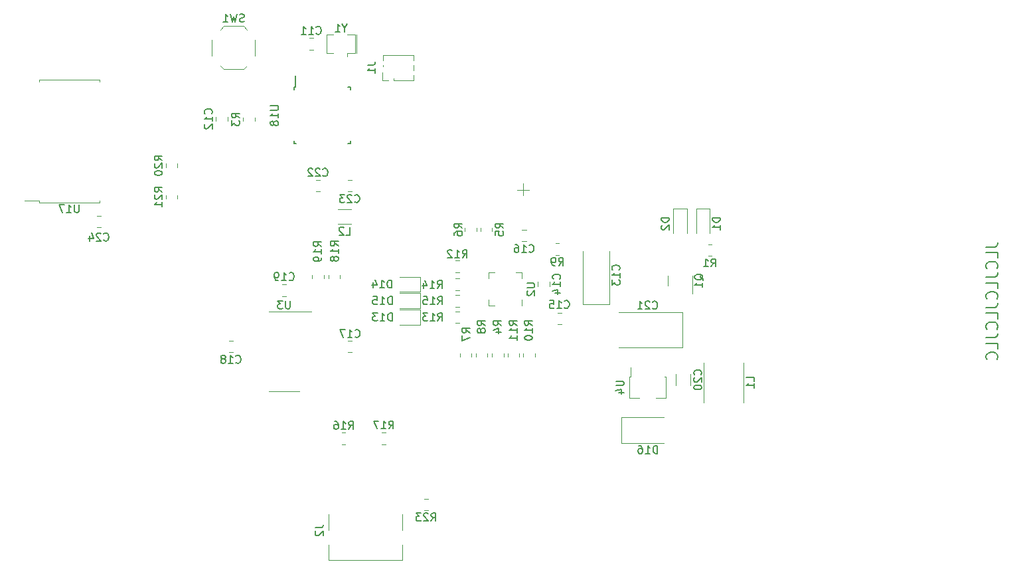
<source format=gbr>
%TF.GenerationSoftware,KiCad,Pcbnew,(6.0.6)*%
%TF.CreationDate,2022-06-29T12:44:08+02:00*%
%TF.ProjectId,CNLJS,434e4c4a-532e-46b6-9963-61645f706362,rev?*%
%TF.SameCoordinates,Original*%
%TF.FileFunction,Legend,Bot*%
%TF.FilePolarity,Positive*%
%FSLAX46Y46*%
G04 Gerber Fmt 4.6, Leading zero omitted, Abs format (unit mm)*
G04 Created by KiCad (PCBNEW (6.0.6)) date 2022-06-29 12:44:08*
%MOMM*%
%LPD*%
G01*
G04 APERTURE LIST*
%ADD10C,0.120000*%
%ADD11C,0.200000*%
%ADD12C,0.150000*%
G04 APERTURE END LIST*
D10*
X153350000Y-119900000D02*
X153350000Y-121400000D01*
X152600000Y-120700000D02*
X154100000Y-120700000D01*
D11*
X212428571Y-127971428D02*
X213500000Y-127971428D01*
X213714285Y-127900000D01*
X213857142Y-127757142D01*
X213928571Y-127542857D01*
X213928571Y-127400000D01*
X213928571Y-129400000D02*
X213928571Y-128685714D01*
X212428571Y-128685714D01*
X213785714Y-130757142D02*
X213857142Y-130685714D01*
X213928571Y-130471428D01*
X213928571Y-130328571D01*
X213857142Y-130114285D01*
X213714285Y-129971428D01*
X213571428Y-129900000D01*
X213285714Y-129828571D01*
X213071428Y-129828571D01*
X212785714Y-129900000D01*
X212642857Y-129971428D01*
X212500000Y-130114285D01*
X212428571Y-130328571D01*
X212428571Y-130471428D01*
X212500000Y-130685714D01*
X212571428Y-130757142D01*
X212428571Y-131828571D02*
X213500000Y-131828571D01*
X213714285Y-131757142D01*
X213857142Y-131614285D01*
X213928571Y-131400000D01*
X213928571Y-131257142D01*
X213928571Y-133257142D02*
X213928571Y-132542857D01*
X212428571Y-132542857D01*
X213785714Y-134614285D02*
X213857142Y-134542857D01*
X213928571Y-134328571D01*
X213928571Y-134185714D01*
X213857142Y-133971428D01*
X213714285Y-133828571D01*
X213571428Y-133757142D01*
X213285714Y-133685714D01*
X213071428Y-133685714D01*
X212785714Y-133757142D01*
X212642857Y-133828571D01*
X212500000Y-133971428D01*
X212428571Y-134185714D01*
X212428571Y-134328571D01*
X212500000Y-134542857D01*
X212571428Y-134614285D01*
X212428571Y-135685714D02*
X213500000Y-135685714D01*
X213714285Y-135614285D01*
X213857142Y-135471428D01*
X213928571Y-135257142D01*
X213928571Y-135114285D01*
X213928571Y-137114285D02*
X213928571Y-136400000D01*
X212428571Y-136400000D01*
X213785714Y-138471428D02*
X213857142Y-138400000D01*
X213928571Y-138185714D01*
X213928571Y-138042857D01*
X213857142Y-137828571D01*
X213714285Y-137685714D01*
X213571428Y-137614285D01*
X213285714Y-137542857D01*
X213071428Y-137542857D01*
X212785714Y-137614285D01*
X212642857Y-137685714D01*
X212500000Y-137828571D01*
X212428571Y-138042857D01*
X212428571Y-138185714D01*
X212500000Y-138400000D01*
X212571428Y-138471428D01*
X212428571Y-139542857D02*
X213500000Y-139542857D01*
X213714285Y-139471428D01*
X213857142Y-139328571D01*
X213928571Y-139114285D01*
X213928571Y-138971428D01*
X213928571Y-140971428D02*
X213928571Y-140257142D01*
X212428571Y-140257142D01*
X213785714Y-142328571D02*
X213857142Y-142257142D01*
X213928571Y-142042857D01*
X213928571Y-141900000D01*
X213857142Y-141685714D01*
X213714285Y-141542857D01*
X213571428Y-141471428D01*
X213285714Y-141400000D01*
X213071428Y-141400000D01*
X212785714Y-141471428D01*
X212642857Y-141542857D01*
X212500000Y-141685714D01*
X212428571Y-141900000D01*
X212428571Y-142042857D01*
X212500000Y-142257142D01*
X212571428Y-142328571D01*
D12*
%TO.C,U2*%
X153852380Y-132587095D02*
X154661904Y-132587095D01*
X154757142Y-132634714D01*
X154804761Y-132682333D01*
X154852380Y-132777571D01*
X154852380Y-132968047D01*
X154804761Y-133063285D01*
X154757142Y-133110904D01*
X154661904Y-133158523D01*
X153852380Y-133158523D01*
X153947619Y-133587095D02*
X153900000Y-133634714D01*
X153852380Y-133729952D01*
X153852380Y-133968047D01*
X153900000Y-134063285D01*
X153947619Y-134110904D01*
X154042857Y-134158523D01*
X154138095Y-134158523D01*
X154280952Y-134110904D01*
X154852380Y-133539476D01*
X154852380Y-134158523D01*
%TO.C,C16*%
X154141857Y-128586142D02*
X154189476Y-128633761D01*
X154332333Y-128681380D01*
X154427571Y-128681380D01*
X154570428Y-128633761D01*
X154665666Y-128538523D01*
X154713285Y-128443285D01*
X154760904Y-128252809D01*
X154760904Y-128109952D01*
X154713285Y-127919476D01*
X154665666Y-127824238D01*
X154570428Y-127729000D01*
X154427571Y-127681380D01*
X154332333Y-127681380D01*
X154189476Y-127729000D01*
X154141857Y-127776619D01*
X153189476Y-128681380D02*
X153760904Y-128681380D01*
X153475190Y-128681380D02*
X153475190Y-127681380D01*
X153570428Y-127824238D01*
X153665666Y-127919476D01*
X153760904Y-127967095D01*
X152332333Y-127681380D02*
X152522809Y-127681380D01*
X152618047Y-127729000D01*
X152665666Y-127776619D01*
X152760904Y-127919476D01*
X152808523Y-128109952D01*
X152808523Y-128490904D01*
X152760904Y-128586142D01*
X152713285Y-128633761D01*
X152618047Y-128681380D01*
X152427571Y-128681380D01*
X152332333Y-128633761D01*
X152284714Y-128586142D01*
X152237095Y-128490904D01*
X152237095Y-128252809D01*
X152284714Y-128157571D01*
X152332333Y-128109952D01*
X152427571Y-128062333D01*
X152618047Y-128062333D01*
X152713285Y-128109952D01*
X152760904Y-128157571D01*
X152808523Y-128252809D01*
%TO.C,U3*%
X123661904Y-134852380D02*
X123661904Y-135661904D01*
X123614285Y-135757142D01*
X123566666Y-135804761D01*
X123471428Y-135852380D01*
X123280952Y-135852380D01*
X123185714Y-135804761D01*
X123138095Y-135757142D01*
X123090476Y-135661904D01*
X123090476Y-134852380D01*
X122709523Y-134852380D02*
X122090476Y-134852380D01*
X122423809Y-135233333D01*
X122280952Y-135233333D01*
X122185714Y-135280952D01*
X122138095Y-135328571D01*
X122090476Y-135423809D01*
X122090476Y-135661904D01*
X122138095Y-135757142D01*
X122185714Y-135804761D01*
X122280952Y-135852380D01*
X122566666Y-135852380D01*
X122661904Y-135804761D01*
X122709523Y-135757142D01*
%TO.C,R16*%
X131130357Y-151202380D02*
X131463690Y-150726190D01*
X131701785Y-151202380D02*
X131701785Y-150202380D01*
X131320833Y-150202380D01*
X131225595Y-150250000D01*
X131177976Y-150297619D01*
X131130357Y-150392857D01*
X131130357Y-150535714D01*
X131177976Y-150630952D01*
X131225595Y-150678571D01*
X131320833Y-150726190D01*
X131701785Y-150726190D01*
X130177976Y-151202380D02*
X130749404Y-151202380D01*
X130463690Y-151202380D02*
X130463690Y-150202380D01*
X130558928Y-150345238D01*
X130654166Y-150440476D01*
X130749404Y-150488095D01*
X129320833Y-150202380D02*
X129511309Y-150202380D01*
X129606547Y-150250000D01*
X129654166Y-150297619D01*
X129749404Y-150440476D01*
X129797023Y-150630952D01*
X129797023Y-151011904D01*
X129749404Y-151107142D01*
X129701785Y-151154761D01*
X129606547Y-151202380D01*
X129416071Y-151202380D01*
X129320833Y-151154761D01*
X129273214Y-151107142D01*
X129225595Y-151011904D01*
X129225595Y-150773809D01*
X129273214Y-150678571D01*
X129320833Y-150630952D01*
X129416071Y-150583333D01*
X129606547Y-150583333D01*
X129701785Y-150630952D01*
X129749404Y-150678571D01*
X129797023Y-150773809D01*
%TO.C,D14*%
X136614285Y-133201380D02*
X136614285Y-132201380D01*
X136376190Y-132201380D01*
X136233333Y-132249000D01*
X136138095Y-132344238D01*
X136090476Y-132439476D01*
X136042857Y-132629952D01*
X136042857Y-132772809D01*
X136090476Y-132963285D01*
X136138095Y-133058523D01*
X136233333Y-133153761D01*
X136376190Y-133201380D01*
X136614285Y-133201380D01*
X135090476Y-133201380D02*
X135661904Y-133201380D01*
X135376190Y-133201380D02*
X135376190Y-132201380D01*
X135471428Y-132344238D01*
X135566666Y-132439476D01*
X135661904Y-132487095D01*
X134233333Y-132534714D02*
X134233333Y-133201380D01*
X134471428Y-132153761D02*
X134709523Y-132868047D01*
X134090476Y-132868047D01*
%TO.C,D13*%
X136664285Y-137401380D02*
X136664285Y-136401380D01*
X136426190Y-136401380D01*
X136283333Y-136449000D01*
X136188095Y-136544238D01*
X136140476Y-136639476D01*
X136092857Y-136829952D01*
X136092857Y-136972809D01*
X136140476Y-137163285D01*
X136188095Y-137258523D01*
X136283333Y-137353761D01*
X136426190Y-137401380D01*
X136664285Y-137401380D01*
X135140476Y-137401380D02*
X135711904Y-137401380D01*
X135426190Y-137401380D02*
X135426190Y-136401380D01*
X135521428Y-136544238D01*
X135616666Y-136639476D01*
X135711904Y-136687095D01*
X134807142Y-136401380D02*
X134188095Y-136401380D01*
X134521428Y-136782333D01*
X134378571Y-136782333D01*
X134283333Y-136829952D01*
X134235714Y-136877571D01*
X134188095Y-136972809D01*
X134188095Y-137210904D01*
X134235714Y-137306142D01*
X134283333Y-137353761D01*
X134378571Y-137401380D01*
X134664285Y-137401380D01*
X134759523Y-137353761D01*
X134807142Y-137306142D01*
%TO.C,J2*%
X126852380Y-163765666D02*
X127566666Y-163765666D01*
X127709523Y-163718047D01*
X127804761Y-163622809D01*
X127852380Y-163479952D01*
X127852380Y-163384714D01*
X126947619Y-164194238D02*
X126900000Y-164241857D01*
X126852380Y-164337095D01*
X126852380Y-164575190D01*
X126900000Y-164670428D01*
X126947619Y-164718047D01*
X127042857Y-164765666D01*
X127138095Y-164765666D01*
X127280952Y-164718047D01*
X127852380Y-164146619D01*
X127852380Y-164765666D01*
%TO.C,R4*%
X150601380Y-137982333D02*
X150125190Y-137649000D01*
X150601380Y-137410904D02*
X149601380Y-137410904D01*
X149601380Y-137791857D01*
X149649000Y-137887095D01*
X149696619Y-137934714D01*
X149791857Y-137982333D01*
X149934714Y-137982333D01*
X150029952Y-137934714D01*
X150077571Y-137887095D01*
X150125190Y-137791857D01*
X150125190Y-137410904D01*
X149934714Y-138839476D02*
X150601380Y-138839476D01*
X149553761Y-138601380D02*
X150268047Y-138363285D01*
X150268047Y-138982333D01*
%TO.C,R11*%
X152601380Y-137956142D02*
X152125190Y-137622809D01*
X152601380Y-137384714D02*
X151601380Y-137384714D01*
X151601380Y-137765666D01*
X151649000Y-137860904D01*
X151696619Y-137908523D01*
X151791857Y-137956142D01*
X151934714Y-137956142D01*
X152029952Y-137908523D01*
X152077571Y-137860904D01*
X152125190Y-137765666D01*
X152125190Y-137384714D01*
X152601380Y-138908523D02*
X152601380Y-138337095D01*
X152601380Y-138622809D02*
X151601380Y-138622809D01*
X151744238Y-138527571D01*
X151839476Y-138432333D01*
X151887095Y-138337095D01*
X152601380Y-139860904D02*
X152601380Y-139289476D01*
X152601380Y-139575190D02*
X151601380Y-139575190D01*
X151744238Y-139479952D01*
X151839476Y-139384714D01*
X151887095Y-139289476D01*
%TO.C,R17*%
X136242857Y-151152380D02*
X136576190Y-150676190D01*
X136814285Y-151152380D02*
X136814285Y-150152380D01*
X136433333Y-150152380D01*
X136338095Y-150200000D01*
X136290476Y-150247619D01*
X136242857Y-150342857D01*
X136242857Y-150485714D01*
X136290476Y-150580952D01*
X136338095Y-150628571D01*
X136433333Y-150676190D01*
X136814285Y-150676190D01*
X135290476Y-151152380D02*
X135861904Y-151152380D01*
X135576190Y-151152380D02*
X135576190Y-150152380D01*
X135671428Y-150295238D01*
X135766666Y-150390476D01*
X135861904Y-150438095D01*
X134957142Y-150152380D02*
X134290476Y-150152380D01*
X134719047Y-151152380D01*
%TO.C,U4*%
X165202380Y-145087095D02*
X166011904Y-145087095D01*
X166107142Y-145134714D01*
X166154761Y-145182333D01*
X166202380Y-145277571D01*
X166202380Y-145468047D01*
X166154761Y-145563285D01*
X166107142Y-145610904D01*
X166011904Y-145658523D01*
X165202380Y-145658523D01*
X165535714Y-146563285D02*
X166202380Y-146563285D01*
X165154761Y-146325190D02*
X165869047Y-146087095D01*
X165869047Y-146706142D01*
%TO.C,R20*%
X107352380Y-116956142D02*
X106876190Y-116622809D01*
X107352380Y-116384714D02*
X106352380Y-116384714D01*
X106352380Y-116765666D01*
X106400000Y-116860904D01*
X106447619Y-116908523D01*
X106542857Y-116956142D01*
X106685714Y-116956142D01*
X106780952Y-116908523D01*
X106828571Y-116860904D01*
X106876190Y-116765666D01*
X106876190Y-116384714D01*
X106447619Y-117337095D02*
X106400000Y-117384714D01*
X106352380Y-117479952D01*
X106352380Y-117718047D01*
X106400000Y-117813285D01*
X106447619Y-117860904D01*
X106542857Y-117908523D01*
X106638095Y-117908523D01*
X106780952Y-117860904D01*
X107352380Y-117289476D01*
X107352380Y-117908523D01*
X106352380Y-118527571D02*
X106352380Y-118622809D01*
X106400000Y-118718047D01*
X106447619Y-118765666D01*
X106542857Y-118813285D01*
X106733333Y-118860904D01*
X106971428Y-118860904D01*
X107161904Y-118813285D01*
X107257142Y-118765666D01*
X107304761Y-118718047D01*
X107352380Y-118622809D01*
X107352380Y-118527571D01*
X107304761Y-118432333D01*
X107257142Y-118384714D01*
X107161904Y-118337095D01*
X106971428Y-118289476D01*
X106733333Y-118289476D01*
X106542857Y-118337095D01*
X106447619Y-118384714D01*
X106400000Y-118432333D01*
X106352380Y-118527571D01*
%TO.C,R1*%
X177366666Y-130502380D02*
X177700000Y-130026190D01*
X177938095Y-130502380D02*
X177938095Y-129502380D01*
X177557142Y-129502380D01*
X177461904Y-129550000D01*
X177414285Y-129597619D01*
X177366666Y-129692857D01*
X177366666Y-129835714D01*
X177414285Y-129930952D01*
X177461904Y-129978571D01*
X177557142Y-130026190D01*
X177938095Y-130026190D01*
X176414285Y-130502380D02*
X176985714Y-130502380D01*
X176700000Y-130502380D02*
X176700000Y-129502380D01*
X176795238Y-129645238D01*
X176890476Y-129740476D01*
X176985714Y-129788095D01*
%TO.C,C14*%
X158037142Y-132057142D02*
X158084761Y-132009523D01*
X158132380Y-131866666D01*
X158132380Y-131771428D01*
X158084761Y-131628571D01*
X157989523Y-131533333D01*
X157894285Y-131485714D01*
X157703809Y-131438095D01*
X157560952Y-131438095D01*
X157370476Y-131485714D01*
X157275238Y-131533333D01*
X157180000Y-131628571D01*
X157132380Y-131771428D01*
X157132380Y-131866666D01*
X157180000Y-132009523D01*
X157227619Y-132057142D01*
X158132380Y-133009523D02*
X158132380Y-132438095D01*
X158132380Y-132723809D02*
X157132380Y-132723809D01*
X157275238Y-132628571D01*
X157370476Y-132533333D01*
X157418095Y-132438095D01*
X157465714Y-133866666D02*
X158132380Y-133866666D01*
X157084761Y-133628571D02*
X157799047Y-133390476D01*
X157799047Y-134009523D01*
%TO.C,D2*%
X172002380Y-124261904D02*
X171002380Y-124261904D01*
X171002380Y-124500000D01*
X171050000Y-124642857D01*
X171145238Y-124738095D01*
X171240476Y-124785714D01*
X171430952Y-124833333D01*
X171573809Y-124833333D01*
X171764285Y-124785714D01*
X171859523Y-124738095D01*
X171954761Y-124642857D01*
X172002380Y-124500000D01*
X172002380Y-124261904D01*
X171097619Y-125214285D02*
X171050000Y-125261904D01*
X171002380Y-125357142D01*
X171002380Y-125595238D01*
X171050000Y-125690476D01*
X171097619Y-125738095D01*
X171192857Y-125785714D01*
X171288095Y-125785714D01*
X171430952Y-125738095D01*
X172002380Y-125166666D01*
X172002380Y-125785714D01*
%TO.C,C21*%
X169892857Y-135806142D02*
X169940476Y-135853761D01*
X170083333Y-135901380D01*
X170178571Y-135901380D01*
X170321428Y-135853761D01*
X170416666Y-135758523D01*
X170464285Y-135663285D01*
X170511904Y-135472809D01*
X170511904Y-135329952D01*
X170464285Y-135139476D01*
X170416666Y-135044238D01*
X170321428Y-134949000D01*
X170178571Y-134901380D01*
X170083333Y-134901380D01*
X169940476Y-134949000D01*
X169892857Y-134996619D01*
X169511904Y-134996619D02*
X169464285Y-134949000D01*
X169369047Y-134901380D01*
X169130952Y-134901380D01*
X169035714Y-134949000D01*
X168988095Y-134996619D01*
X168940476Y-135091857D01*
X168940476Y-135187095D01*
X168988095Y-135329952D01*
X169559523Y-135901380D01*
X168940476Y-135901380D01*
X167988095Y-135901380D02*
X168559523Y-135901380D01*
X168273809Y-135901380D02*
X168273809Y-134901380D01*
X168369047Y-135044238D01*
X168464285Y-135139476D01*
X168559523Y-135187095D01*
%TO.C,R9*%
X157916666Y-130351380D02*
X158250000Y-129875190D01*
X158488095Y-130351380D02*
X158488095Y-129351380D01*
X158107142Y-129351380D01*
X158011904Y-129399000D01*
X157964285Y-129446619D01*
X157916666Y-129541857D01*
X157916666Y-129684714D01*
X157964285Y-129779952D01*
X158011904Y-129827571D01*
X158107142Y-129875190D01*
X158488095Y-129875190D01*
X157440476Y-130351380D02*
X157250000Y-130351380D01*
X157154761Y-130303761D01*
X157107142Y-130256142D01*
X157011904Y-130113285D01*
X156964285Y-129922809D01*
X156964285Y-129541857D01*
X157011904Y-129446619D01*
X157059523Y-129399000D01*
X157154761Y-129351380D01*
X157345238Y-129351380D01*
X157440476Y-129399000D01*
X157488095Y-129446619D01*
X157535714Y-129541857D01*
X157535714Y-129779952D01*
X157488095Y-129875190D01*
X157440476Y-129922809D01*
X157345238Y-129970428D01*
X157154761Y-129970428D01*
X157059523Y-129922809D01*
X157011904Y-129875190D01*
X156964285Y-129779952D01*
%TO.C,R12*%
X145642857Y-129352380D02*
X145976190Y-128876190D01*
X146214285Y-129352380D02*
X146214285Y-128352380D01*
X145833333Y-128352380D01*
X145738095Y-128400000D01*
X145690476Y-128447619D01*
X145642857Y-128542857D01*
X145642857Y-128685714D01*
X145690476Y-128780952D01*
X145738095Y-128828571D01*
X145833333Y-128876190D01*
X146214285Y-128876190D01*
X144690476Y-129352380D02*
X145261904Y-129352380D01*
X144976190Y-129352380D02*
X144976190Y-128352380D01*
X145071428Y-128495238D01*
X145166666Y-128590476D01*
X145261904Y-128638095D01*
X144309523Y-128447619D02*
X144261904Y-128400000D01*
X144166666Y-128352380D01*
X143928571Y-128352380D01*
X143833333Y-128400000D01*
X143785714Y-128447619D01*
X143738095Y-128542857D01*
X143738095Y-128638095D01*
X143785714Y-128780952D01*
X144357142Y-129352380D01*
X143738095Y-129352380D01*
%TO.C,R14*%
X142442857Y-133251380D02*
X142776190Y-132775190D01*
X143014285Y-133251380D02*
X143014285Y-132251380D01*
X142633333Y-132251380D01*
X142538095Y-132299000D01*
X142490476Y-132346619D01*
X142442857Y-132441857D01*
X142442857Y-132584714D01*
X142490476Y-132679952D01*
X142538095Y-132727571D01*
X142633333Y-132775190D01*
X143014285Y-132775190D01*
X141490476Y-133251380D02*
X142061904Y-133251380D01*
X141776190Y-133251380D02*
X141776190Y-132251380D01*
X141871428Y-132394238D01*
X141966666Y-132489476D01*
X142061904Y-132537095D01*
X140633333Y-132584714D02*
X140633333Y-133251380D01*
X140871428Y-132203761D02*
X141109523Y-132918047D01*
X140490476Y-132918047D01*
%TO.C,C12*%
X113626142Y-111007142D02*
X113673761Y-110959523D01*
X113721380Y-110816666D01*
X113721380Y-110721428D01*
X113673761Y-110578571D01*
X113578523Y-110483333D01*
X113483285Y-110435714D01*
X113292809Y-110388095D01*
X113149952Y-110388095D01*
X112959476Y-110435714D01*
X112864238Y-110483333D01*
X112769000Y-110578571D01*
X112721380Y-110721428D01*
X112721380Y-110816666D01*
X112769000Y-110959523D01*
X112816619Y-111007142D01*
X113721380Y-111959523D02*
X113721380Y-111388095D01*
X113721380Y-111673809D02*
X112721380Y-111673809D01*
X112864238Y-111578571D01*
X112959476Y-111483333D01*
X113007095Y-111388095D01*
X112816619Y-112340476D02*
X112769000Y-112388095D01*
X112721380Y-112483333D01*
X112721380Y-112721428D01*
X112769000Y-112816666D01*
X112816619Y-112864285D01*
X112911857Y-112911904D01*
X113007095Y-112911904D01*
X113149952Y-112864285D01*
X113721380Y-112292857D01*
X113721380Y-112911904D01*
%TO.C,R19*%
X127652380Y-127907142D02*
X127176190Y-127573809D01*
X127652380Y-127335714D02*
X126652380Y-127335714D01*
X126652380Y-127716666D01*
X126700000Y-127811904D01*
X126747619Y-127859523D01*
X126842857Y-127907142D01*
X126985714Y-127907142D01*
X127080952Y-127859523D01*
X127128571Y-127811904D01*
X127176190Y-127716666D01*
X127176190Y-127335714D01*
X127652380Y-128859523D02*
X127652380Y-128288095D01*
X127652380Y-128573809D02*
X126652380Y-128573809D01*
X126795238Y-128478571D01*
X126890476Y-128383333D01*
X126938095Y-128288095D01*
X127652380Y-129335714D02*
X127652380Y-129526190D01*
X127604761Y-129621428D01*
X127557142Y-129669047D01*
X127414285Y-129764285D01*
X127223809Y-129811904D01*
X126842857Y-129811904D01*
X126747619Y-129764285D01*
X126700000Y-129716666D01*
X126652380Y-129621428D01*
X126652380Y-129430952D01*
X126700000Y-129335714D01*
X126747619Y-129288095D01*
X126842857Y-129240476D01*
X127080952Y-129240476D01*
X127176190Y-129288095D01*
X127223809Y-129335714D01*
X127271428Y-129430952D01*
X127271428Y-129621428D01*
X127223809Y-129716666D01*
X127176190Y-129764285D01*
X127080952Y-129811904D01*
%TO.C,R21*%
X107351380Y-120956142D02*
X106875190Y-120622809D01*
X107351380Y-120384714D02*
X106351380Y-120384714D01*
X106351380Y-120765666D01*
X106399000Y-120860904D01*
X106446619Y-120908523D01*
X106541857Y-120956142D01*
X106684714Y-120956142D01*
X106779952Y-120908523D01*
X106827571Y-120860904D01*
X106875190Y-120765666D01*
X106875190Y-120384714D01*
X106446619Y-121337095D02*
X106399000Y-121384714D01*
X106351380Y-121479952D01*
X106351380Y-121718047D01*
X106399000Y-121813285D01*
X106446619Y-121860904D01*
X106541857Y-121908523D01*
X106637095Y-121908523D01*
X106779952Y-121860904D01*
X107351380Y-121289476D01*
X107351380Y-121908523D01*
X107351380Y-122860904D02*
X107351380Y-122289476D01*
X107351380Y-122575190D02*
X106351380Y-122575190D01*
X106494238Y-122479952D01*
X106589476Y-122384714D01*
X106637095Y-122289476D01*
%TO.C,C20*%
X176057142Y-144258142D02*
X176104761Y-144210523D01*
X176152380Y-144067666D01*
X176152380Y-143972428D01*
X176104761Y-143829571D01*
X176009523Y-143734333D01*
X175914285Y-143686714D01*
X175723809Y-143639095D01*
X175580952Y-143639095D01*
X175390476Y-143686714D01*
X175295238Y-143734333D01*
X175200000Y-143829571D01*
X175152380Y-143972428D01*
X175152380Y-144067666D01*
X175200000Y-144210523D01*
X175247619Y-144258142D01*
X175247619Y-144639095D02*
X175200000Y-144686714D01*
X175152380Y-144781952D01*
X175152380Y-145020047D01*
X175200000Y-145115285D01*
X175247619Y-145162904D01*
X175342857Y-145210523D01*
X175438095Y-145210523D01*
X175580952Y-145162904D01*
X176152380Y-144591476D01*
X176152380Y-145210523D01*
X175152380Y-145829571D02*
X175152380Y-145924809D01*
X175200000Y-146020047D01*
X175247619Y-146067666D01*
X175342857Y-146115285D01*
X175533333Y-146162904D01*
X175771428Y-146162904D01*
X175961904Y-146115285D01*
X176057142Y-146067666D01*
X176104761Y-146020047D01*
X176152380Y-145924809D01*
X176152380Y-145829571D01*
X176104761Y-145734333D01*
X176057142Y-145686714D01*
X175961904Y-145639095D01*
X175771428Y-145591476D01*
X175533333Y-145591476D01*
X175342857Y-145639095D01*
X175247619Y-145686714D01*
X175200000Y-145734333D01*
X175152380Y-145829571D01*
%TO.C,C15*%
X158642857Y-135708142D02*
X158690476Y-135755761D01*
X158833333Y-135803380D01*
X158928571Y-135803380D01*
X159071428Y-135755761D01*
X159166666Y-135660523D01*
X159214285Y-135565285D01*
X159261904Y-135374809D01*
X159261904Y-135231952D01*
X159214285Y-135041476D01*
X159166666Y-134946238D01*
X159071428Y-134851000D01*
X158928571Y-134803380D01*
X158833333Y-134803380D01*
X158690476Y-134851000D01*
X158642857Y-134898619D01*
X157690476Y-135803380D02*
X158261904Y-135803380D01*
X157976190Y-135803380D02*
X157976190Y-134803380D01*
X158071428Y-134946238D01*
X158166666Y-135041476D01*
X158261904Y-135089095D01*
X156785714Y-134803380D02*
X157261904Y-134803380D01*
X157309523Y-135279571D01*
X157261904Y-135231952D01*
X157166666Y-135184333D01*
X156928571Y-135184333D01*
X156833333Y-135231952D01*
X156785714Y-135279571D01*
X156738095Y-135374809D01*
X156738095Y-135612904D01*
X156785714Y-135708142D01*
X156833333Y-135755761D01*
X156928571Y-135803380D01*
X157166666Y-135803380D01*
X157261904Y-135755761D01*
X157309523Y-135708142D01*
%TO.C,C13*%
X165607142Y-130906142D02*
X165654761Y-130858523D01*
X165702380Y-130715666D01*
X165702380Y-130620428D01*
X165654761Y-130477571D01*
X165559523Y-130382333D01*
X165464285Y-130334714D01*
X165273809Y-130287095D01*
X165130952Y-130287095D01*
X164940476Y-130334714D01*
X164845238Y-130382333D01*
X164750000Y-130477571D01*
X164702380Y-130620428D01*
X164702380Y-130715666D01*
X164750000Y-130858523D01*
X164797619Y-130906142D01*
X165702380Y-131858523D02*
X165702380Y-131287095D01*
X165702380Y-131572809D02*
X164702380Y-131572809D01*
X164845238Y-131477571D01*
X164940476Y-131382333D01*
X164988095Y-131287095D01*
X164702380Y-132191857D02*
X164702380Y-132810904D01*
X165083333Y-132477571D01*
X165083333Y-132620428D01*
X165130952Y-132715666D01*
X165178571Y-132763285D01*
X165273809Y-132810904D01*
X165511904Y-132810904D01*
X165607142Y-132763285D01*
X165654761Y-132715666D01*
X165702380Y-132620428D01*
X165702380Y-132334714D01*
X165654761Y-132239476D01*
X165607142Y-132191857D01*
%TO.C,C19*%
X123542857Y-132157142D02*
X123590476Y-132204761D01*
X123733333Y-132252380D01*
X123828571Y-132252380D01*
X123971428Y-132204761D01*
X124066666Y-132109523D01*
X124114285Y-132014285D01*
X124161904Y-131823809D01*
X124161904Y-131680952D01*
X124114285Y-131490476D01*
X124066666Y-131395238D01*
X123971428Y-131300000D01*
X123828571Y-131252380D01*
X123733333Y-131252380D01*
X123590476Y-131300000D01*
X123542857Y-131347619D01*
X122590476Y-132252380D02*
X123161904Y-132252380D01*
X122876190Y-132252380D02*
X122876190Y-131252380D01*
X122971428Y-131395238D01*
X123066666Y-131490476D01*
X123161904Y-131538095D01*
X122114285Y-132252380D02*
X121923809Y-132252380D01*
X121828571Y-132204761D01*
X121780952Y-132157142D01*
X121685714Y-132014285D01*
X121638095Y-131823809D01*
X121638095Y-131442857D01*
X121685714Y-131347619D01*
X121733333Y-131300000D01*
X121828571Y-131252380D01*
X122019047Y-131252380D01*
X122114285Y-131300000D01*
X122161904Y-131347619D01*
X122209523Y-131442857D01*
X122209523Y-131680952D01*
X122161904Y-131776190D01*
X122114285Y-131823809D01*
X122019047Y-131871428D01*
X121828571Y-131871428D01*
X121733333Y-131823809D01*
X121685714Y-131776190D01*
X121638095Y-131680952D01*
%TO.C,U18*%
X121151380Y-109961904D02*
X121960904Y-109961904D01*
X122056142Y-110009523D01*
X122103761Y-110057142D01*
X122151380Y-110152380D01*
X122151380Y-110342857D01*
X122103761Y-110438095D01*
X122056142Y-110485714D01*
X121960904Y-110533333D01*
X121151380Y-110533333D01*
X122151380Y-111533333D02*
X122151380Y-110961904D01*
X122151380Y-111247619D02*
X121151380Y-111247619D01*
X121294238Y-111152380D01*
X121389476Y-111057142D01*
X121437095Y-110961904D01*
X121579952Y-112104761D02*
X121532333Y-112009523D01*
X121484714Y-111961904D01*
X121389476Y-111914285D01*
X121341857Y-111914285D01*
X121246619Y-111961904D01*
X121199000Y-112009523D01*
X121151380Y-112104761D01*
X121151380Y-112295238D01*
X121199000Y-112390476D01*
X121246619Y-112438095D01*
X121341857Y-112485714D01*
X121389476Y-112485714D01*
X121484714Y-112438095D01*
X121532333Y-112390476D01*
X121579952Y-112295238D01*
X121579952Y-112104761D01*
X121627571Y-112009523D01*
X121675190Y-111961904D01*
X121770428Y-111914285D01*
X121960904Y-111914285D01*
X122056142Y-111961904D01*
X122103761Y-112009523D01*
X122151380Y-112104761D01*
X122151380Y-112295238D01*
X122103761Y-112390476D01*
X122056142Y-112438095D01*
X121960904Y-112485714D01*
X121770428Y-112485714D01*
X121675190Y-112438095D01*
X121627571Y-112390476D01*
X121579952Y-112295238D01*
%TO.C,R5*%
X150852380Y-125583333D02*
X150376190Y-125250000D01*
X150852380Y-125011904D02*
X149852380Y-125011904D01*
X149852380Y-125392857D01*
X149900000Y-125488095D01*
X149947619Y-125535714D01*
X150042857Y-125583333D01*
X150185714Y-125583333D01*
X150280952Y-125535714D01*
X150328571Y-125488095D01*
X150376190Y-125392857D01*
X150376190Y-125011904D01*
X149852380Y-126488095D02*
X149852380Y-126011904D01*
X150328571Y-125964285D01*
X150280952Y-126011904D01*
X150233333Y-126107142D01*
X150233333Y-126345238D01*
X150280952Y-126440476D01*
X150328571Y-126488095D01*
X150423809Y-126535714D01*
X150661904Y-126535714D01*
X150757142Y-126488095D01*
X150804761Y-126440476D01*
X150852380Y-126345238D01*
X150852380Y-126107142D01*
X150804761Y-126011904D01*
X150757142Y-125964285D01*
%TO.C,R10*%
X154551380Y-137956142D02*
X154075190Y-137622809D01*
X154551380Y-137384714D02*
X153551380Y-137384714D01*
X153551380Y-137765666D01*
X153599000Y-137860904D01*
X153646619Y-137908523D01*
X153741857Y-137956142D01*
X153884714Y-137956142D01*
X153979952Y-137908523D01*
X154027571Y-137860904D01*
X154075190Y-137765666D01*
X154075190Y-137384714D01*
X154551380Y-138908523D02*
X154551380Y-138337095D01*
X154551380Y-138622809D02*
X153551380Y-138622809D01*
X153694238Y-138527571D01*
X153789476Y-138432333D01*
X153837095Y-138337095D01*
X153551380Y-139527571D02*
X153551380Y-139622809D01*
X153599000Y-139718047D01*
X153646619Y-139765666D01*
X153741857Y-139813285D01*
X153932333Y-139860904D01*
X154170428Y-139860904D01*
X154360904Y-139813285D01*
X154456142Y-139765666D01*
X154503761Y-139718047D01*
X154551380Y-139622809D01*
X154551380Y-139527571D01*
X154503761Y-139432333D01*
X154456142Y-139384714D01*
X154360904Y-139337095D01*
X154170428Y-139289476D01*
X153932333Y-139289476D01*
X153741857Y-139337095D01*
X153646619Y-139384714D01*
X153599000Y-139432333D01*
X153551380Y-139527571D01*
%TO.C,C22*%
X127842857Y-118877142D02*
X127890476Y-118924761D01*
X128033333Y-118972380D01*
X128128571Y-118972380D01*
X128271428Y-118924761D01*
X128366666Y-118829523D01*
X128414285Y-118734285D01*
X128461904Y-118543809D01*
X128461904Y-118400952D01*
X128414285Y-118210476D01*
X128366666Y-118115238D01*
X128271428Y-118020000D01*
X128128571Y-117972380D01*
X128033333Y-117972380D01*
X127890476Y-118020000D01*
X127842857Y-118067619D01*
X127461904Y-118067619D02*
X127414285Y-118020000D01*
X127319047Y-117972380D01*
X127080952Y-117972380D01*
X126985714Y-118020000D01*
X126938095Y-118067619D01*
X126890476Y-118162857D01*
X126890476Y-118258095D01*
X126938095Y-118400952D01*
X127509523Y-118972380D01*
X126890476Y-118972380D01*
X126509523Y-118067619D02*
X126461904Y-118020000D01*
X126366666Y-117972380D01*
X126128571Y-117972380D01*
X126033333Y-118020000D01*
X125985714Y-118067619D01*
X125938095Y-118162857D01*
X125938095Y-118258095D01*
X125985714Y-118400952D01*
X126557142Y-118972380D01*
X125938095Y-118972380D01*
%TO.C,J1*%
X133527380Y-104801666D02*
X134241666Y-104801666D01*
X134384523Y-104754047D01*
X134479761Y-104658809D01*
X134527380Y-104515952D01*
X134527380Y-104420714D01*
X134527380Y-105801666D02*
X134527380Y-105230238D01*
X134527380Y-105515952D02*
X133527380Y-105515952D01*
X133670238Y-105420714D01*
X133765476Y-105325476D01*
X133813095Y-105230238D01*
%TO.C,C23*%
X131891857Y-122237142D02*
X131939476Y-122284761D01*
X132082333Y-122332380D01*
X132177571Y-122332380D01*
X132320428Y-122284761D01*
X132415666Y-122189523D01*
X132463285Y-122094285D01*
X132510904Y-121903809D01*
X132510904Y-121760952D01*
X132463285Y-121570476D01*
X132415666Y-121475238D01*
X132320428Y-121380000D01*
X132177571Y-121332380D01*
X132082333Y-121332380D01*
X131939476Y-121380000D01*
X131891857Y-121427619D01*
X131510904Y-121427619D02*
X131463285Y-121380000D01*
X131368047Y-121332380D01*
X131129952Y-121332380D01*
X131034714Y-121380000D01*
X130987095Y-121427619D01*
X130939476Y-121522857D01*
X130939476Y-121618095D01*
X130987095Y-121760952D01*
X131558523Y-122332380D01*
X130939476Y-122332380D01*
X130606142Y-121332380D02*
X129987095Y-121332380D01*
X130320428Y-121713333D01*
X130177571Y-121713333D01*
X130082333Y-121760952D01*
X130034714Y-121808571D01*
X129987095Y-121903809D01*
X129987095Y-122141904D01*
X130034714Y-122237142D01*
X130082333Y-122284761D01*
X130177571Y-122332380D01*
X130463285Y-122332380D01*
X130558523Y-122284761D01*
X130606142Y-122237142D01*
%TO.C,L1*%
X182852380Y-145083333D02*
X182852380Y-144607142D01*
X181852380Y-144607142D01*
X182852380Y-145940476D02*
X182852380Y-145369047D01*
X182852380Y-145654761D02*
X181852380Y-145654761D01*
X181995238Y-145559523D01*
X182090476Y-145464285D01*
X182138095Y-145369047D01*
%TO.C,R15*%
X142492857Y-135301380D02*
X142826190Y-134825190D01*
X143064285Y-135301380D02*
X143064285Y-134301380D01*
X142683333Y-134301380D01*
X142588095Y-134349000D01*
X142540476Y-134396619D01*
X142492857Y-134491857D01*
X142492857Y-134634714D01*
X142540476Y-134729952D01*
X142588095Y-134777571D01*
X142683333Y-134825190D01*
X143064285Y-134825190D01*
X141540476Y-135301380D02*
X142111904Y-135301380D01*
X141826190Y-135301380D02*
X141826190Y-134301380D01*
X141921428Y-134444238D01*
X142016666Y-134539476D01*
X142111904Y-134587095D01*
X140635714Y-134301380D02*
X141111904Y-134301380D01*
X141159523Y-134777571D01*
X141111904Y-134729952D01*
X141016666Y-134682333D01*
X140778571Y-134682333D01*
X140683333Y-134729952D01*
X140635714Y-134777571D01*
X140588095Y-134872809D01*
X140588095Y-135110904D01*
X140635714Y-135206142D01*
X140683333Y-135253761D01*
X140778571Y-135301380D01*
X141016666Y-135301380D01*
X141111904Y-135253761D01*
X141159523Y-135206142D01*
%TO.C,C24*%
X99892857Y-127107142D02*
X99940476Y-127154761D01*
X100083333Y-127202380D01*
X100178571Y-127202380D01*
X100321428Y-127154761D01*
X100416666Y-127059523D01*
X100464285Y-126964285D01*
X100511904Y-126773809D01*
X100511904Y-126630952D01*
X100464285Y-126440476D01*
X100416666Y-126345238D01*
X100321428Y-126250000D01*
X100178571Y-126202380D01*
X100083333Y-126202380D01*
X99940476Y-126250000D01*
X99892857Y-126297619D01*
X99511904Y-126297619D02*
X99464285Y-126250000D01*
X99369047Y-126202380D01*
X99130952Y-126202380D01*
X99035714Y-126250000D01*
X98988095Y-126297619D01*
X98940476Y-126392857D01*
X98940476Y-126488095D01*
X98988095Y-126630952D01*
X99559523Y-127202380D01*
X98940476Y-127202380D01*
X98083333Y-126535714D02*
X98083333Y-127202380D01*
X98321428Y-126154761D02*
X98559523Y-126869047D01*
X97940476Y-126869047D01*
%TO.C,SW1*%
X117783333Y-99251761D02*
X117640476Y-99299380D01*
X117402380Y-99299380D01*
X117307142Y-99251761D01*
X117259523Y-99204142D01*
X117211904Y-99108904D01*
X117211904Y-99013666D01*
X117259523Y-98918428D01*
X117307142Y-98870809D01*
X117402380Y-98823190D01*
X117592857Y-98775571D01*
X117688095Y-98727952D01*
X117735714Y-98680333D01*
X117783333Y-98585095D01*
X117783333Y-98489857D01*
X117735714Y-98394619D01*
X117688095Y-98347000D01*
X117592857Y-98299380D01*
X117354761Y-98299380D01*
X117211904Y-98347000D01*
X116878571Y-98299380D02*
X116640476Y-99299380D01*
X116450000Y-98585095D01*
X116259523Y-99299380D01*
X116021428Y-98299380D01*
X115116666Y-99299380D02*
X115688095Y-99299380D01*
X115402380Y-99299380D02*
X115402380Y-98299380D01*
X115497619Y-98442238D01*
X115592857Y-98537476D01*
X115688095Y-98585095D01*
%TO.C,D15*%
X136664285Y-135301380D02*
X136664285Y-134301380D01*
X136426190Y-134301380D01*
X136283333Y-134349000D01*
X136188095Y-134444238D01*
X136140476Y-134539476D01*
X136092857Y-134729952D01*
X136092857Y-134872809D01*
X136140476Y-135063285D01*
X136188095Y-135158523D01*
X136283333Y-135253761D01*
X136426190Y-135301380D01*
X136664285Y-135301380D01*
X135140476Y-135301380D02*
X135711904Y-135301380D01*
X135426190Y-135301380D02*
X135426190Y-134301380D01*
X135521428Y-134444238D01*
X135616666Y-134539476D01*
X135711904Y-134587095D01*
X134235714Y-134301380D02*
X134711904Y-134301380D01*
X134759523Y-134777571D01*
X134711904Y-134729952D01*
X134616666Y-134682333D01*
X134378571Y-134682333D01*
X134283333Y-134729952D01*
X134235714Y-134777571D01*
X134188095Y-134872809D01*
X134188095Y-135110904D01*
X134235714Y-135206142D01*
X134283333Y-135253761D01*
X134378571Y-135301380D01*
X134616666Y-135301380D01*
X134711904Y-135253761D01*
X134759523Y-135206142D01*
%TO.C,R18*%
X129802380Y-127857142D02*
X129326190Y-127523809D01*
X129802380Y-127285714D02*
X128802380Y-127285714D01*
X128802380Y-127666666D01*
X128850000Y-127761904D01*
X128897619Y-127809523D01*
X128992857Y-127857142D01*
X129135714Y-127857142D01*
X129230952Y-127809523D01*
X129278571Y-127761904D01*
X129326190Y-127666666D01*
X129326190Y-127285714D01*
X129802380Y-128809523D02*
X129802380Y-128238095D01*
X129802380Y-128523809D02*
X128802380Y-128523809D01*
X128945238Y-128428571D01*
X129040476Y-128333333D01*
X129088095Y-128238095D01*
X129230952Y-129380952D02*
X129183333Y-129285714D01*
X129135714Y-129238095D01*
X129040476Y-129190476D01*
X128992857Y-129190476D01*
X128897619Y-129238095D01*
X128850000Y-129285714D01*
X128802380Y-129380952D01*
X128802380Y-129571428D01*
X128850000Y-129666666D01*
X128897619Y-129714285D01*
X128992857Y-129761904D01*
X129040476Y-129761904D01*
X129135714Y-129714285D01*
X129183333Y-129666666D01*
X129230952Y-129571428D01*
X129230952Y-129380952D01*
X129278571Y-129285714D01*
X129326190Y-129238095D01*
X129421428Y-129190476D01*
X129611904Y-129190476D01*
X129707142Y-129238095D01*
X129754761Y-129285714D01*
X129802380Y-129380952D01*
X129802380Y-129571428D01*
X129754761Y-129666666D01*
X129707142Y-129714285D01*
X129611904Y-129761904D01*
X129421428Y-129761904D01*
X129326190Y-129714285D01*
X129278571Y-129666666D01*
X129230952Y-129571428D01*
%TO.C,D16*%
X170514285Y-154302380D02*
X170514285Y-153302380D01*
X170276190Y-153302380D01*
X170133333Y-153350000D01*
X170038095Y-153445238D01*
X169990476Y-153540476D01*
X169942857Y-153730952D01*
X169942857Y-153873809D01*
X169990476Y-154064285D01*
X170038095Y-154159523D01*
X170133333Y-154254761D01*
X170276190Y-154302380D01*
X170514285Y-154302380D01*
X168990476Y-154302380D02*
X169561904Y-154302380D01*
X169276190Y-154302380D02*
X169276190Y-153302380D01*
X169371428Y-153445238D01*
X169466666Y-153540476D01*
X169561904Y-153588095D01*
X168133333Y-153302380D02*
X168323809Y-153302380D01*
X168419047Y-153350000D01*
X168466666Y-153397619D01*
X168561904Y-153540476D01*
X168609523Y-153730952D01*
X168609523Y-154111904D01*
X168561904Y-154207142D01*
X168514285Y-154254761D01*
X168419047Y-154302380D01*
X168228571Y-154302380D01*
X168133333Y-154254761D01*
X168085714Y-154207142D01*
X168038095Y-154111904D01*
X168038095Y-153873809D01*
X168085714Y-153778571D01*
X168133333Y-153730952D01*
X168228571Y-153683333D01*
X168419047Y-153683333D01*
X168514285Y-153730952D01*
X168561904Y-153778571D01*
X168609523Y-153873809D01*
%TO.C,Y1*%
X130625190Y-100076190D02*
X130625190Y-100552380D01*
X130958523Y-99552380D02*
X130625190Y-100076190D01*
X130291857Y-99552380D01*
X129434714Y-100552380D02*
X130006142Y-100552380D01*
X129720428Y-100552380D02*
X129720428Y-99552380D01*
X129815666Y-99695238D01*
X129910904Y-99790476D01*
X130006142Y-99838095D01*
%TO.C,R23*%
X141642857Y-162901380D02*
X141976190Y-162425190D01*
X142214285Y-162901380D02*
X142214285Y-161901380D01*
X141833333Y-161901380D01*
X141738095Y-161949000D01*
X141690476Y-161996619D01*
X141642857Y-162091857D01*
X141642857Y-162234714D01*
X141690476Y-162329952D01*
X141738095Y-162377571D01*
X141833333Y-162425190D01*
X142214285Y-162425190D01*
X141261904Y-161996619D02*
X141214285Y-161949000D01*
X141119047Y-161901380D01*
X140880952Y-161901380D01*
X140785714Y-161949000D01*
X140738095Y-161996619D01*
X140690476Y-162091857D01*
X140690476Y-162187095D01*
X140738095Y-162329952D01*
X141309523Y-162901380D01*
X140690476Y-162901380D01*
X140357142Y-161901380D02*
X139738095Y-161901380D01*
X140071428Y-162282333D01*
X139928571Y-162282333D01*
X139833333Y-162329952D01*
X139785714Y-162377571D01*
X139738095Y-162472809D01*
X139738095Y-162710904D01*
X139785714Y-162806142D01*
X139833333Y-162853761D01*
X139928571Y-162901380D01*
X140214285Y-162901380D01*
X140309523Y-162853761D01*
X140357142Y-162806142D01*
%TO.C,C11*%
X126991857Y-100777142D02*
X127039476Y-100824761D01*
X127182333Y-100872380D01*
X127277571Y-100872380D01*
X127420428Y-100824761D01*
X127515666Y-100729523D01*
X127563285Y-100634285D01*
X127610904Y-100443809D01*
X127610904Y-100300952D01*
X127563285Y-100110476D01*
X127515666Y-100015238D01*
X127420428Y-99920000D01*
X127277571Y-99872380D01*
X127182333Y-99872380D01*
X127039476Y-99920000D01*
X126991857Y-99967619D01*
X126039476Y-100872380D02*
X126610904Y-100872380D01*
X126325190Y-100872380D02*
X126325190Y-99872380D01*
X126420428Y-100015238D01*
X126515666Y-100110476D01*
X126610904Y-100158095D01*
X125087095Y-100872380D02*
X125658523Y-100872380D01*
X125372809Y-100872380D02*
X125372809Y-99872380D01*
X125468047Y-100015238D01*
X125563285Y-100110476D01*
X125658523Y-100158095D01*
%TO.C,Q1*%
X176347619Y-132204761D02*
X176300000Y-132109523D01*
X176204761Y-132014285D01*
X176061904Y-131871428D01*
X176014285Y-131776190D01*
X176014285Y-131680952D01*
X176252380Y-131728571D02*
X176204761Y-131633333D01*
X176109523Y-131538095D01*
X175919047Y-131490476D01*
X175585714Y-131490476D01*
X175395238Y-131538095D01*
X175300000Y-131633333D01*
X175252380Y-131728571D01*
X175252380Y-131919047D01*
X175300000Y-132014285D01*
X175395238Y-132109523D01*
X175585714Y-132157142D01*
X175919047Y-132157142D01*
X176109523Y-132109523D01*
X176204761Y-132014285D01*
X176252380Y-131919047D01*
X176252380Y-131728571D01*
X176252380Y-133109523D02*
X176252380Y-132538095D01*
X176252380Y-132823809D02*
X175252380Y-132823809D01*
X175395238Y-132728571D01*
X175490476Y-132633333D01*
X175538095Y-132538095D01*
%TO.C,R13*%
X142492857Y-137401380D02*
X142826190Y-136925190D01*
X143064285Y-137401380D02*
X143064285Y-136401380D01*
X142683333Y-136401380D01*
X142588095Y-136449000D01*
X142540476Y-136496619D01*
X142492857Y-136591857D01*
X142492857Y-136734714D01*
X142540476Y-136829952D01*
X142588095Y-136877571D01*
X142683333Y-136925190D01*
X143064285Y-136925190D01*
X141540476Y-137401380D02*
X142111904Y-137401380D01*
X141826190Y-137401380D02*
X141826190Y-136401380D01*
X141921428Y-136544238D01*
X142016666Y-136639476D01*
X142111904Y-136687095D01*
X141207142Y-136401380D02*
X140588095Y-136401380D01*
X140921428Y-136782333D01*
X140778571Y-136782333D01*
X140683333Y-136829952D01*
X140635714Y-136877571D01*
X140588095Y-136972809D01*
X140588095Y-137210904D01*
X140635714Y-137306142D01*
X140683333Y-137353761D01*
X140778571Y-137401380D01*
X141064285Y-137401380D01*
X141159523Y-137353761D01*
X141207142Y-137306142D01*
%TO.C,R8*%
X148551380Y-137982333D02*
X148075190Y-137649000D01*
X148551380Y-137410904D02*
X147551380Y-137410904D01*
X147551380Y-137791857D01*
X147599000Y-137887095D01*
X147646619Y-137934714D01*
X147741857Y-137982333D01*
X147884714Y-137982333D01*
X147979952Y-137934714D01*
X148027571Y-137887095D01*
X148075190Y-137791857D01*
X148075190Y-137410904D01*
X147979952Y-138553761D02*
X147932333Y-138458523D01*
X147884714Y-138410904D01*
X147789476Y-138363285D01*
X147741857Y-138363285D01*
X147646619Y-138410904D01*
X147599000Y-138458523D01*
X147551380Y-138553761D01*
X147551380Y-138744238D01*
X147599000Y-138839476D01*
X147646619Y-138887095D01*
X147741857Y-138934714D01*
X147789476Y-138934714D01*
X147884714Y-138887095D01*
X147932333Y-138839476D01*
X147979952Y-138744238D01*
X147979952Y-138553761D01*
X148027571Y-138458523D01*
X148075190Y-138410904D01*
X148170428Y-138363285D01*
X148360904Y-138363285D01*
X148456142Y-138410904D01*
X148503761Y-138458523D01*
X148551380Y-138553761D01*
X148551380Y-138744238D01*
X148503761Y-138839476D01*
X148456142Y-138887095D01*
X148360904Y-138934714D01*
X148170428Y-138934714D01*
X148075190Y-138887095D01*
X148027571Y-138839476D01*
X147979952Y-138744238D01*
%TO.C,R7*%
X146601380Y-138932333D02*
X146125190Y-138599000D01*
X146601380Y-138360904D02*
X145601380Y-138360904D01*
X145601380Y-138741857D01*
X145649000Y-138837095D01*
X145696619Y-138884714D01*
X145791857Y-138932333D01*
X145934714Y-138932333D01*
X146029952Y-138884714D01*
X146077571Y-138837095D01*
X146125190Y-138741857D01*
X146125190Y-138360904D01*
X145601380Y-139265666D02*
X145601380Y-139932333D01*
X146601380Y-139503761D01*
%TO.C,D1*%
X178502380Y-124261904D02*
X177502380Y-124261904D01*
X177502380Y-124500000D01*
X177550000Y-124642857D01*
X177645238Y-124738095D01*
X177740476Y-124785714D01*
X177930952Y-124833333D01*
X178073809Y-124833333D01*
X178264285Y-124785714D01*
X178359523Y-124738095D01*
X178454761Y-124642857D01*
X178502380Y-124500000D01*
X178502380Y-124261904D01*
X178502380Y-125785714D02*
X178502380Y-125214285D01*
X178502380Y-125500000D02*
X177502380Y-125500000D01*
X177645238Y-125404761D01*
X177740476Y-125309523D01*
X177788095Y-125214285D01*
%TO.C,R3*%
X117201380Y-111533333D02*
X116725190Y-111200000D01*
X117201380Y-110961904D02*
X116201380Y-110961904D01*
X116201380Y-111342857D01*
X116249000Y-111438095D01*
X116296619Y-111485714D01*
X116391857Y-111533333D01*
X116534714Y-111533333D01*
X116629952Y-111485714D01*
X116677571Y-111438095D01*
X116725190Y-111342857D01*
X116725190Y-110961904D01*
X116201380Y-111866666D02*
X116201380Y-112485714D01*
X116582333Y-112152380D01*
X116582333Y-112295238D01*
X116629952Y-112390476D01*
X116677571Y-112438095D01*
X116772809Y-112485714D01*
X117010904Y-112485714D01*
X117106142Y-112438095D01*
X117153761Y-112390476D01*
X117201380Y-112295238D01*
X117201380Y-112009523D01*
X117153761Y-111914285D01*
X117106142Y-111866666D01*
%TO.C,R6*%
X145602380Y-125583333D02*
X145126190Y-125250000D01*
X145602380Y-125011904D02*
X144602380Y-125011904D01*
X144602380Y-125392857D01*
X144650000Y-125488095D01*
X144697619Y-125535714D01*
X144792857Y-125583333D01*
X144935714Y-125583333D01*
X145030952Y-125535714D01*
X145078571Y-125488095D01*
X145126190Y-125392857D01*
X145126190Y-125011904D01*
X144602380Y-126440476D02*
X144602380Y-126250000D01*
X144650000Y-126154761D01*
X144697619Y-126107142D01*
X144840476Y-126011904D01*
X145030952Y-125964285D01*
X145411904Y-125964285D01*
X145507142Y-126011904D01*
X145554761Y-126059523D01*
X145602380Y-126154761D01*
X145602380Y-126345238D01*
X145554761Y-126440476D01*
X145507142Y-126488095D01*
X145411904Y-126535714D01*
X145173809Y-126535714D01*
X145078571Y-126488095D01*
X145030952Y-126440476D01*
X144983333Y-126345238D01*
X144983333Y-126154761D01*
X145030952Y-126059523D01*
X145078571Y-126011904D01*
X145173809Y-125964285D01*
%TO.C,L2*%
X130765666Y-126452380D02*
X131241857Y-126452380D01*
X131241857Y-125452380D01*
X130479952Y-125547619D02*
X130432333Y-125500000D01*
X130337095Y-125452380D01*
X130099000Y-125452380D01*
X130003761Y-125500000D01*
X129956142Y-125547619D01*
X129908523Y-125642857D01*
X129908523Y-125738095D01*
X129956142Y-125880952D01*
X130527571Y-126452380D01*
X129908523Y-126452380D01*
%TO.C,C17*%
X131942857Y-139407142D02*
X131990476Y-139454761D01*
X132133333Y-139502380D01*
X132228571Y-139502380D01*
X132371428Y-139454761D01*
X132466666Y-139359523D01*
X132514285Y-139264285D01*
X132561904Y-139073809D01*
X132561904Y-138930952D01*
X132514285Y-138740476D01*
X132466666Y-138645238D01*
X132371428Y-138550000D01*
X132228571Y-138502380D01*
X132133333Y-138502380D01*
X131990476Y-138550000D01*
X131942857Y-138597619D01*
X130990476Y-139502380D02*
X131561904Y-139502380D01*
X131276190Y-139502380D02*
X131276190Y-138502380D01*
X131371428Y-138645238D01*
X131466666Y-138740476D01*
X131561904Y-138788095D01*
X130657142Y-138502380D02*
X129990476Y-138502380D01*
X130419047Y-139502380D01*
%TO.C,C18*%
X116742857Y-142702142D02*
X116790476Y-142749761D01*
X116933333Y-142797380D01*
X117028571Y-142797380D01*
X117171428Y-142749761D01*
X117266666Y-142654523D01*
X117314285Y-142559285D01*
X117361904Y-142368809D01*
X117361904Y-142225952D01*
X117314285Y-142035476D01*
X117266666Y-141940238D01*
X117171428Y-141845000D01*
X117028571Y-141797380D01*
X116933333Y-141797380D01*
X116790476Y-141845000D01*
X116742857Y-141892619D01*
X115790476Y-142797380D02*
X116361904Y-142797380D01*
X116076190Y-142797380D02*
X116076190Y-141797380D01*
X116171428Y-141940238D01*
X116266666Y-142035476D01*
X116361904Y-142083095D01*
X115219047Y-142225952D02*
X115314285Y-142178333D01*
X115361904Y-142130714D01*
X115409523Y-142035476D01*
X115409523Y-141987857D01*
X115361904Y-141892619D01*
X115314285Y-141845000D01*
X115219047Y-141797380D01*
X115028571Y-141797380D01*
X114933333Y-141845000D01*
X114885714Y-141892619D01*
X114838095Y-141987857D01*
X114838095Y-142035476D01*
X114885714Y-142130714D01*
X114933333Y-142178333D01*
X115028571Y-142225952D01*
X115219047Y-142225952D01*
X115314285Y-142273571D01*
X115361904Y-142321190D01*
X115409523Y-142416428D01*
X115409523Y-142606904D01*
X115361904Y-142702142D01*
X115314285Y-142749761D01*
X115219047Y-142797380D01*
X115028571Y-142797380D01*
X114933333Y-142749761D01*
X114885714Y-142702142D01*
X114838095Y-142606904D01*
X114838095Y-142416428D01*
X114885714Y-142321190D01*
X114933333Y-142273571D01*
X115028571Y-142225952D01*
%TO.C,U17*%
X96738095Y-122602380D02*
X96738095Y-123411904D01*
X96690476Y-123507142D01*
X96642857Y-123554761D01*
X96547619Y-123602380D01*
X96357142Y-123602380D01*
X96261904Y-123554761D01*
X96214285Y-123507142D01*
X96166666Y-123411904D01*
X96166666Y-122602380D01*
X95166666Y-123602380D02*
X95738095Y-123602380D01*
X95452380Y-123602380D02*
X95452380Y-122602380D01*
X95547619Y-122745238D01*
X95642857Y-122840476D01*
X95738095Y-122888095D01*
X94833333Y-122602380D02*
X94166666Y-122602380D01*
X94595238Y-123602380D01*
D10*
%TO.C,U2*%
X148990000Y-131239000D02*
X149715000Y-131239000D01*
X153210000Y-131964000D02*
X153210000Y-131239000D01*
X148990000Y-131964000D02*
X148990000Y-131239000D01*
X153210000Y-131239000D02*
X152485000Y-131239000D01*
X148990000Y-135459000D02*
X149715000Y-135459000D01*
X148990000Y-134734000D02*
X148990000Y-135459000D01*
X153210000Y-134734000D02*
X153210000Y-135459000D01*
%TO.C,C16*%
X153237748Y-127284000D02*
X153760252Y-127284000D01*
X153237748Y-125814000D02*
X153760252Y-125814000D01*
%TO.C,U3*%
X122900000Y-136240000D02*
X126350000Y-136240000D01*
X122900000Y-146360000D02*
X124850000Y-146360000D01*
X122900000Y-136240000D02*
X120950000Y-136240000D01*
X122900000Y-146360000D02*
X120950000Y-146360000D01*
%TO.C,R16*%
X130714564Y-151665000D02*
X130260436Y-151665000D01*
X130714564Y-153135000D02*
X130260436Y-153135000D01*
%TO.C,D14*%
X137600000Y-131789000D02*
X140285000Y-131789000D01*
X140285000Y-133709000D02*
X137600000Y-133709000D01*
X140285000Y-131789000D02*
X140285000Y-133709000D01*
%TO.C,D13*%
X140285000Y-135989000D02*
X140285000Y-137909000D01*
X137600000Y-135989000D02*
X140285000Y-135989000D01*
X140285000Y-137909000D02*
X137600000Y-137909000D01*
%TO.C,J2*%
X138000000Y-165959000D02*
X138000000Y-167859000D01*
X128600000Y-165959000D02*
X128600000Y-167859000D01*
X138000000Y-162059000D02*
X138000000Y-164059000D01*
X128600000Y-162059000D02*
X128600000Y-164059000D01*
X138000000Y-167859000D02*
X128600000Y-167859000D01*
%TO.C,R4*%
X149415000Y-141521936D02*
X149415000Y-141976064D01*
X150885000Y-141521936D02*
X150885000Y-141976064D01*
%TO.C,R11*%
X151415000Y-141521936D02*
X151415000Y-141976064D01*
X152885000Y-141521936D02*
X152885000Y-141976064D01*
%TO.C,R17*%
X135372936Y-153135000D02*
X135827064Y-153135000D01*
X135372936Y-151665000D02*
X135827064Y-151665000D01*
%TO.C,U4*%
X171610000Y-144489000D02*
X171380000Y-144489000D01*
X171610000Y-147209000D02*
X171610000Y-144489000D01*
X166890000Y-144489000D02*
X166890000Y-147209000D01*
X166890000Y-144489000D02*
X167120000Y-144489000D01*
X167120000Y-143349000D02*
X167120000Y-144489000D01*
X166890000Y-147209000D02*
X168200000Y-147209000D01*
X170300000Y-147209000D02*
X171610000Y-147209000D01*
%TO.C,R20*%
X109285000Y-117371936D02*
X109285000Y-117826064D01*
X107815000Y-117371936D02*
X107815000Y-117826064D01*
%TO.C,R1*%
X176972936Y-129135000D02*
X177427064Y-129135000D01*
X176972936Y-127665000D02*
X177427064Y-127665000D01*
%TO.C,C14*%
X156735000Y-132961252D02*
X156735000Y-132438748D01*
X155265000Y-132961252D02*
X155265000Y-132438748D01*
%TO.C,D2*%
X172550000Y-123100000D02*
X174250000Y-123100000D01*
X174250000Y-123100000D02*
X174250000Y-126250000D01*
X172550000Y-123100000D02*
X172550000Y-126250000D01*
%TO.C,C21*%
X165600000Y-136289000D02*
X173660000Y-136289000D01*
X173660000Y-136289000D02*
X173660000Y-140809000D01*
X173660000Y-140809000D02*
X165600000Y-140809000D01*
%TO.C,R9*%
X157522936Y-127514000D02*
X157977064Y-127514000D01*
X157522936Y-128984000D02*
X157977064Y-128984000D01*
%TO.C,R12*%
X145227064Y-129714000D02*
X144772936Y-129714000D01*
X145227064Y-131184000D02*
X144772936Y-131184000D01*
%TO.C,R14*%
X144772936Y-132014000D02*
X145227064Y-132014000D01*
X144772936Y-133484000D02*
X145227064Y-133484000D01*
%TO.C,C12*%
X114214000Y-111388748D02*
X114214000Y-111911252D01*
X115684000Y-111388748D02*
X115684000Y-111911252D01*
%TO.C,R19*%
X127935000Y-131572936D02*
X127935000Y-132027064D01*
X126465000Y-131572936D02*
X126465000Y-132027064D01*
%TO.C,R21*%
X107815000Y-121826064D02*
X107815000Y-121371936D01*
X109285000Y-121826064D02*
X109285000Y-121371936D01*
%TO.C,C20*%
X174710000Y-144189748D02*
X174710000Y-145612252D01*
X172890000Y-144189748D02*
X172890000Y-145612252D01*
%TO.C,C15*%
X157738748Y-137835000D02*
X158261252Y-137835000D01*
X157738748Y-136365000D02*
X158261252Y-136365000D01*
%TO.C,C13*%
X160990000Y-135309000D02*
X160990000Y-128549000D01*
X164410000Y-135309000D02*
X160990000Y-135309000D01*
X164410000Y-128549000D02*
X164410000Y-135309000D01*
%TO.C,C19*%
X122638748Y-132765000D02*
X123161252Y-132765000D01*
X122638748Y-134235000D02*
X123161252Y-134235000D01*
D12*
%TO.C,U18*%
X131374000Y-114825000D02*
X131374000Y-114500000D01*
X124349000Y-107575000D02*
X124349000Y-106150000D01*
X131374000Y-114825000D02*
X131049000Y-114825000D01*
X124124000Y-114825000D02*
X124124000Y-114500000D01*
X131374000Y-107575000D02*
X131049000Y-107575000D01*
X124124000Y-114825000D02*
X124449000Y-114825000D01*
X124124000Y-107575000D02*
X124349000Y-107575000D01*
X124124000Y-107575000D02*
X124124000Y-107900000D01*
X131374000Y-107575000D02*
X131374000Y-107900000D01*
D10*
%TO.C,R5*%
X147964000Y-125976064D02*
X147964000Y-125521936D01*
X149434000Y-125976064D02*
X149434000Y-125521936D01*
%TO.C,R10*%
X153415000Y-141976064D02*
X153415000Y-141521936D01*
X154885000Y-141976064D02*
X154885000Y-141521936D01*
%TO.C,C22*%
X127461252Y-120935000D02*
X126938748Y-120935000D01*
X127461252Y-119465000D02*
X126938748Y-119465000D01*
%TO.C,J1*%
X139445000Y-106077530D02*
X139445000Y-106720000D01*
X135515000Y-103550000D02*
X135515000Y-104192470D01*
X136845000Y-106720000D02*
X139445000Y-106720000D01*
X135450000Y-105770000D02*
X135450000Y-106720000D01*
X135515000Y-103550000D02*
X139445000Y-103550000D01*
X136845000Y-106530000D02*
X136845000Y-106720000D01*
X139445000Y-104807530D02*
X139445000Y-105462470D01*
X135515000Y-104807530D02*
X135515000Y-105010000D01*
X139445000Y-103550000D02*
X139445000Y-104192470D01*
X135450000Y-106720000D02*
X136210000Y-106720000D01*
%TO.C,C23*%
X130987748Y-120935000D02*
X131510252Y-120935000D01*
X130987748Y-119465000D02*
X131510252Y-119465000D01*
%TO.C,L1*%
X181500000Y-147800000D02*
X181500000Y-142700000D01*
X176400000Y-147800000D02*
X176400000Y-142700000D01*
%TO.C,R15*%
X144772936Y-134114000D02*
X145227064Y-134114000D01*
X144772936Y-135584000D02*
X145227064Y-135584000D01*
%TO.C,C24*%
X99511252Y-124015000D02*
X98988748Y-124015000D01*
X99511252Y-125485000D02*
X98988748Y-125485000D01*
%TO.C,SW1*%
X118150000Y-100297000D02*
X117700000Y-99847000D01*
X117700000Y-99847000D02*
X115200000Y-99847000D01*
X118150000Y-104897000D02*
X117700000Y-105347000D01*
X117700000Y-105347000D02*
X115200000Y-105347000D01*
X119200000Y-101597000D02*
X119200000Y-103597000D01*
X113700000Y-101597000D02*
X113700000Y-103597000D01*
X114750000Y-104897000D02*
X115200000Y-105347000D01*
X114750000Y-100297000D02*
X115200000Y-99847000D01*
%TO.C,D15*%
X140285000Y-135809000D02*
X137600000Y-135809000D01*
X140285000Y-133889000D02*
X140285000Y-135809000D01*
X137600000Y-133889000D02*
X140285000Y-133889000D01*
%TO.C,R18*%
X128565000Y-131572936D02*
X128565000Y-132027064D01*
X130035000Y-131572936D02*
X130035000Y-132027064D01*
%TO.C,D16*%
X165900000Y-153000000D02*
X165900000Y-149700000D01*
X165900000Y-149700000D02*
X171300000Y-149700000D01*
X165900000Y-153000000D02*
X171300000Y-153000000D01*
%TO.C,Y1*%
X132149000Y-102900000D02*
X132149000Y-103300000D01*
X128349000Y-103300000D02*
X129149000Y-103300000D01*
X131949000Y-100900000D02*
X130949000Y-100900000D01*
X129149000Y-100900000D02*
X128349000Y-100900000D01*
X132149000Y-100900000D02*
X132149000Y-102900000D01*
X128349000Y-100900000D02*
X128349000Y-102900000D01*
X130949000Y-103300000D02*
X130949000Y-103700000D01*
X131949000Y-102900000D02*
X131949000Y-100900000D01*
X128349000Y-102900000D02*
X128349000Y-103300000D01*
X130949000Y-103300000D02*
X131949000Y-103300000D01*
X131949000Y-102900000D02*
X131949000Y-103300000D01*
%TO.C,R23*%
X140772936Y-160064000D02*
X141227064Y-160064000D01*
X140772936Y-161534000D02*
X141227064Y-161534000D01*
%TO.C,C11*%
X126610252Y-102835000D02*
X126087748Y-102835000D01*
X126610252Y-101365000D02*
X126087748Y-101365000D01*
%TO.C,Q1*%
X171840000Y-132300000D02*
X171840000Y-132950000D01*
X174960000Y-132300000D02*
X174960000Y-133975000D01*
X171840000Y-132300000D02*
X171840000Y-131650000D01*
X174960000Y-132300000D02*
X174960000Y-131650000D01*
%TO.C,R13*%
X144772936Y-137684000D02*
X145227064Y-137684000D01*
X144772936Y-136214000D02*
X145227064Y-136214000D01*
%TO.C,R8*%
X148835000Y-141521936D02*
X148835000Y-141976064D01*
X147365000Y-141521936D02*
X147365000Y-141976064D01*
%TO.C,R7*%
X146785000Y-141534436D02*
X146785000Y-141988564D01*
X145315000Y-141534436D02*
X145315000Y-141988564D01*
%TO.C,D1*%
X175450000Y-123100000D02*
X177150000Y-123100000D01*
X175450000Y-123100000D02*
X175450000Y-126250000D01*
X177150000Y-123100000D02*
X177150000Y-126250000D01*
%TO.C,R3*%
X119134000Y-111472936D02*
X119134000Y-111927064D01*
X117664000Y-111472936D02*
X117664000Y-111927064D01*
%TO.C,R6*%
X147434000Y-125976064D02*
X147434000Y-125521936D01*
X145964000Y-125976064D02*
X145964000Y-125521936D01*
%TO.C,L2*%
X129763758Y-125010000D02*
X131434242Y-125010000D01*
X129763758Y-123190000D02*
X131434242Y-123190000D01*
%TO.C,C17*%
X131038748Y-139915000D02*
X131561252Y-139915000D01*
X131038748Y-141385000D02*
X131561252Y-141385000D01*
%TO.C,C18*%
X115838748Y-141400000D02*
X116361252Y-141400000D01*
X115838748Y-139930000D02*
X116361252Y-139930000D01*
%TO.C,U17*%
X95500000Y-106690000D02*
X91640000Y-106690000D01*
X91640000Y-106690000D02*
X91640000Y-106955000D01*
X99360000Y-122310000D02*
X99360000Y-122045000D01*
X95500000Y-122310000D02*
X99360000Y-122310000D01*
X91640000Y-122045000D02*
X89825000Y-122045000D01*
X99360000Y-106690000D02*
X99360000Y-106955000D01*
X91640000Y-122310000D02*
X91640000Y-122045000D01*
X95500000Y-122310000D02*
X91640000Y-122310000D01*
X95500000Y-106690000D02*
X99360000Y-106690000D01*
%TD*%
M02*

</source>
